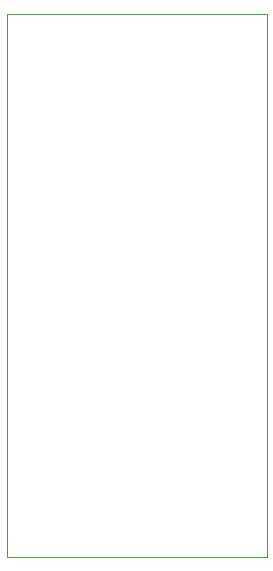
<source format=gm1>
%TF.GenerationSoftware,KiCad,Pcbnew,8.0.5*%
%TF.CreationDate,2024-11-01T22:20:15+01:00*%
%TF.ProjectId,C8W1B1V1.0,43385731-4231-4563-912e-302e6b696361,rev?*%
%TF.SameCoordinates,Original*%
%TF.FileFunction,Profile,NP*%
%FSLAX46Y46*%
G04 Gerber Fmt 4.6, Leading zero omitted, Abs format (unit mm)*
G04 Created by KiCad (PCBNEW 8.0.5) date 2024-11-01 22:20:15*
%MOMM*%
%LPD*%
G01*
G04 APERTURE LIST*
%TA.AperFunction,Profile*%
%ADD10C,0.050000*%
%TD*%
G04 APERTURE END LIST*
D10*
X158000000Y-79000000D02*
X158000000Y-95000000D01*
X136000000Y-125000000D02*
X158000000Y-125000000D01*
X136000000Y-79000000D02*
X158000000Y-79000000D01*
X136000000Y-95000000D02*
X136000000Y-79000000D01*
X136000000Y-95000000D02*
X136000000Y-125000000D01*
X158000000Y-125000000D02*
X158000000Y-95000000D01*
M02*

</source>
